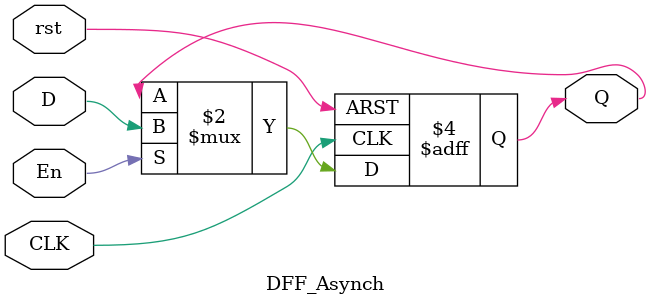
<source format=v>
`timescale 1ns / 1ps
module DFF_Asynch
(
    input D,
    input CLK,
    input rst,En,
    output reg Q
);
    always @(posedge CLK or posedge rst ) 
    begin
        if(rst)
            Q <=1'b0;
        else
            if(En)
                Q<=D;
    end 
endmodule
</source>
